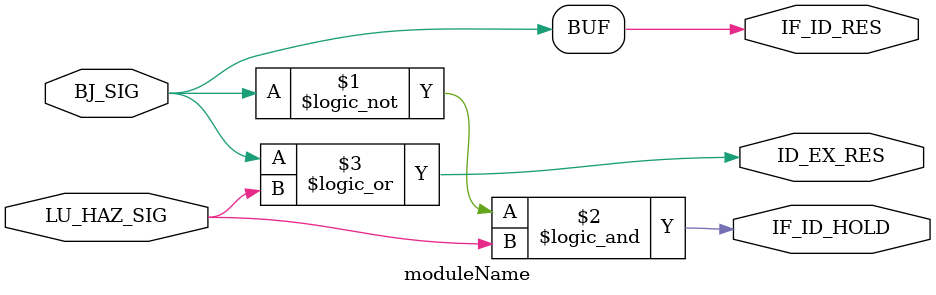
<source format=v>

`timescale 1ns/100ps

module moduleName (
    IF_ID_RES,
    IF_ID_HOLD,
    ID_EX_RES,
    LU_HAZ_SIG,
    BJ_SIG
);

input BJ_SIG, LU_HAZ_SIG;
output IF_ID_HOLD, IF_ID_RES, ID_EX_RES;


// If there is a branch/jumb, IF/ID PR must be reset
// If there is a load use hazard, IF/ID PR must hold its value
assign IF_ID_RES = BJ_SIG;
assign IF_ID_HOLD = !BJ_SIG && LU_HAZ_SIG;

// if there either a branch or jumb or load use hazard occurs.
// ID / EX must be reset
assign ID_EX_RES = BJ_SIG || LU_HAZ_SIG;

    
endmodule
</source>
